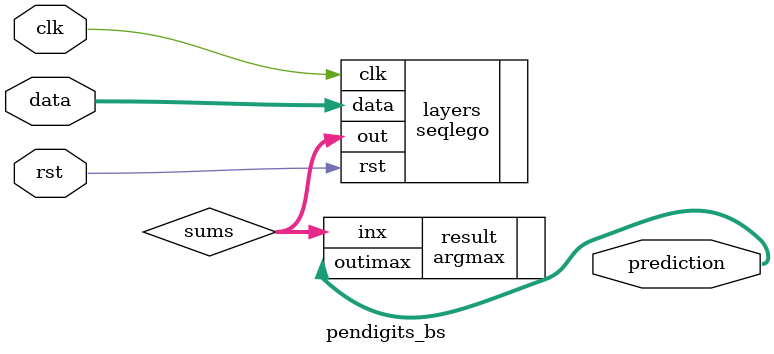
<source format=v>













module pendigits_bs #(

parameter FEAT_CNT = 16,
parameter HIDDEN_CNT = 40,
parameter FEAT_BITS = 4,
parameter CLASS_CNT = 10,
parameter TEST_CNT = 5


  ) (
  input clk,
  input rst,
  input [FEAT_CNT*FEAT_BITS-1:0] data,
  output [$clog2(CLASS_CNT)-1:0] prediction
  );

  localparam Weights0 = 640'b0001000011111110110111111111000000010111110001101101011010000000001100111000010100010010101011010001010101000100000101000101101111100011110100100110101011001010011010110011010011110001111010111111001000111101100011110001000111010100011100011011110000011001011010010000101111111011001110000000100100101101110001001111101011101011010000010010111010011111011011001001110001111001101111011110010101010011010100110100010000001110111110000000101011001100001110001010110010110110010100010011000000001010011110110101100000110111100000100001111000100111100100101100111001101100001100011110110000100110111100010000001000101110001101111001101010011110 ;
  localparam Weights1 = 400'b1000001001011000001111101001101100001110001111001010000101111101010001111111000101111100001100010101000001100011101000110111111101010100011110011110101101101010110100000100000110101110001101100001000100001011111111100000010110110100110100100001000011110110000000101111000000001110011011100010000111100001101000101011101000000000000011110011011101011110110111100000110001101000011011011111010000010000 ;

  localparam SUM_BITS = $clog2(HIDDEN_CNT+1);
  wire [SUM_BITS*CLASS_CNT-1:0] sums;

  seqlego #(.FEAT_CNT(FEAT_CNT),.FEAT_BITS(FEAT_BITS),.HIDDEN_CNT(HIDDEN_CNT),.CLASS_CNT(CLASS_CNT),.Weights0(Weights0),.Weights1(Weights1)) layers (
    .clk(clk),
    .rst(rst),
    .data(data),
    .out(sums)
  );

  argmax #(.SIZE(CLASS_CNT),.I($clog2(CLASS_CNT)),.K(SUM_BITS)) result (
     .inx(sums),
     .outimax(prediction)
  );

endmodule

</source>
